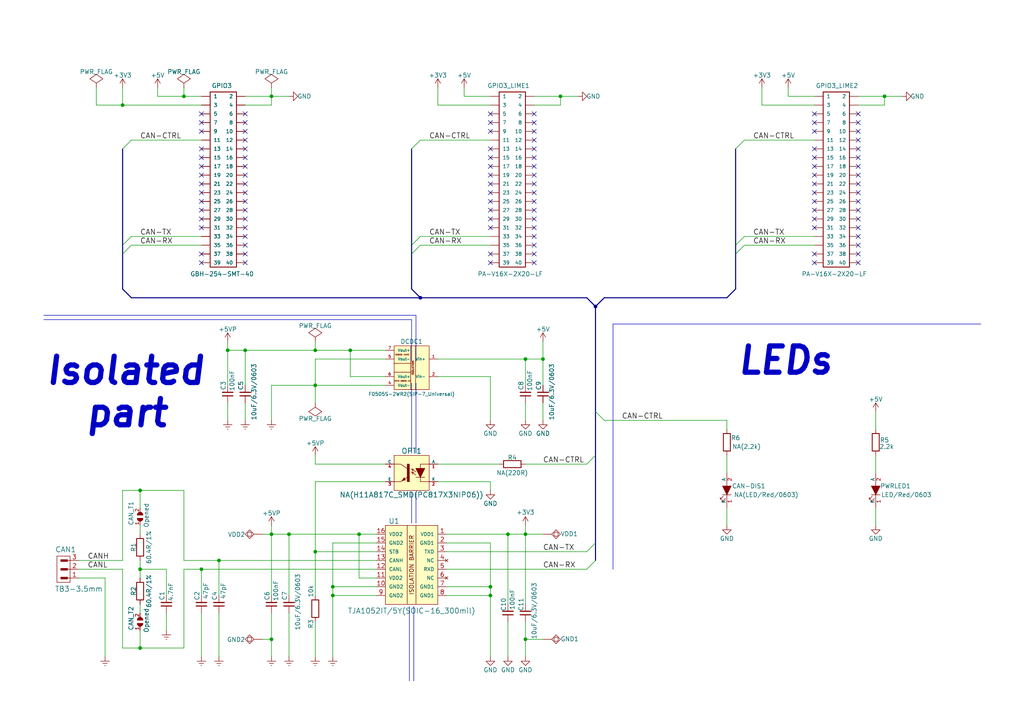
<source format=kicad_sch>
(kicad_sch (version 20230121) (generator eeschema)
  (paper "A4")
  (title_block (title "A20-CAN") (date "2016-04-04") (rev "Rev_A") (company "OLIMEX LTD, Bulgaria") (comment 1 "<c> 2016"))
  (lib_symbols
    (symbol "A20-CAN-ISO_Rev_B:+3.3V" (power) (pin_names (offset 0))
      (property "Value" "+3.3V" (at 0 3.556 0))
      (symbol "+3.3V_0_1"
        (polyline (pts (xy -0.762 1.27) (xy 0 2.54)))
        (polyline (pts (xy 0 0) (xy 0 2.54)))
        (polyline (pts (xy 0 2.54) (xy 0.762 1.27)))
      )
      (symbol "+3.3V_1_1"
        (pin power_in line (at 0 0 90) (length 0) hide (name "+3V3") (number "1"))
      )
    )
    (symbol "A20-CAN-ISO_Rev_B:+5V" (power) (pin_names (offset 0))
      (property "Value" "+5V" (at 0 3.556 0))
      (symbol "+5V_0_1"
        (polyline (pts (xy -0.762 1.27) (xy 0 2.54)))
        (polyline (pts (xy 0 0) (xy 0 2.54)))
        (polyline (pts (xy 0 2.54) (xy 0.762 1.27)))
      )
      (symbol "+5V_1_1"
        (pin power_in line (at 0 0 90) (length 0) hide (name "+5V") (number "1"))
      )
    )
    (symbol "A20-CAN-ISO_Rev_B:+5VP" (power) (pin_names (offset 0))
      (property "Value" "+5VP" (at 0 3.556 0))
      (symbol "+5VP_0_1"
        (polyline (pts (xy -0.762 1.27) (xy 0 2.54)))
        (polyline (pts (xy 0 0) (xy 0 2.54)))
        (polyline (pts (xy 0 2.54) (xy 0.762 1.27)))
      )
      (symbol "+5VP_1_1"
        (pin power_in line (at 0 0 90) (length 0) hide (name "+5VP") (number "1"))
      )
    )
    (symbol "A20-CAN-ISO_Rev_B:C" (pin_numbers hide) (pin_names (offset 0.254) hide)
      (property "Reference" "C" (at 0.254 1.778 0))
      (property "Value" "C" (at 0.254 -2.032 0))
      (symbol "C_0_1"
        (polyline (pts (xy -1.524 -0.508) (xy 1.524 -0.508)) (stroke (width 0.3302)))
        (polyline (pts (xy -1.524 0.508) (xy 1.524 0.508)) (stroke (width 0.3048)))
      )
      (symbol "C_1_1"
        (pin passive line (at 0 2.54 270) (length 1.905) (name "~") (number "1"))
        (pin passive line (at 0 -2.54 90) (length 2.032) (name "~") (number "2"))
      )
    )
    (symbol "A20-CAN-ISO_Rev_B:CON3" (pin_names (offset 1.016))
      (property "Reference" "CON" (at -1.27 5.08 0))
      (property "Value" "CON3" (at -1.27 -5.08 0))
      (symbol "CON3_0_0"
        (rectangle (start -2.6416 -2.6924) (end -0.8636 -2.3368))
        (rectangle (start -2.6416 -0.1524) (end -0.8636 0.2032))
        (rectangle (start -2.6162 -2.5908) (end -0.9652 -2.4892))
        (rectangle (start -2.6162 -0.0508) (end -0.9652 0.0508))
        (rectangle (start -2.6162 2.3876) (end -0.8382 2.7432))
        (rectangle (start -2.5908 2.5146) (end -0.9398 2.6162))
        (rectangle (start -0.9652 -2.413) (end -2.6416 -2.6162))
        (rectangle (start -0.9652 0.127) (end -2.6416 -0.0762))
        (rectangle (start -0.8636 2.6416) (end -2.54 2.4384))
        (rectangle (start -0.7366 -2.2352) (end -2.667 -2.794))
        (rectangle (start -0.7366 0.3048) (end -2.667 -0.254))
        (rectangle (start -0.7366 2.8448) (end -2.667 2.286))
        (polyline (pts (xy 0 -2.54) (xy -0.762 -2.54)))
        (polyline (pts (xy 0 0) (xy -0.762 0)))
        (polyline (pts (xy 0 2.54) (xy -0.762 2.54)))
      )
      (symbol "CON3_0_1"
        (rectangle (start -3.81 3.81) (end 0 -3.81))
      )
      (symbol "CON3_1_1"
        (pin passive line (at 2.54 2.54 180) (length 2.54) (name "~") (number "1"))
        (pin passive line (at 2.54 0 180) (length 2.54) (name "~") (number "2"))
        (pin passive line (at 2.54 -2.54 180) (length 2.54) (name "~") (number "3"))
      )
    )
    (symbol "A20-CAN-ISO_Rev_B:Earth" (power) (pin_names (offset 0))
      (symbol "Earth_0_1"
        (polyline (pts (xy -0.635 -1.905) (xy 0.635 -1.905)))
        (polyline (pts (xy -0.127 -2.54) (xy 0.127 -2.54)))
        (polyline (pts (xy 0 -1.27) (xy 0 0)))
        (polyline (pts (xy 1.27 -1.27) (xy -1.27 -1.27)))
      )
      (symbol "Earth_1_1"
        (pin power_in line (at 0 0 270) (length 0) hide (name "Earth") (number "1"))
      )
    )
    (symbol "A20-CAN-ISO_Rev_B:F0505S-2WR2_AM1D-0505S-NZ(SIP-7_Universal)" (pin_names (offset 1.016))
      (property "Reference" "DCDC" (at -3.048 6.858 0))
      (property "Value" "F0505S-2WR2_AM1D-0505S-NZ(SIP-7_Universal)" (at -24.765 -8.255 0))
      (symbol "F0505S-2WR2_AM1D-0505S-NZ(SIP-7_Universal)_0_0"
        (polyline (pts (xy 5.08 -1.27) (xy 0.254 -1.27)))
        (polyline (pts (xy 5.08 1.27) (xy 0.254 1.27)))
        (text "AM1D-0505S-NZ" (at 2.667 -3.81 0) (effects (font (size 0.3556 0.3556) bold italic)))
        (text "F0505S-2WR2" (at 2.794 3.81 0) (effects (font (size 0.381 0.381) bold italic)))
        (text "ISOLATION" (at -0.381 0 900) (effects (font (size 0.5588 0.5588))))
      )
      (symbol "F0505S-2WR2_AM1D-0505S-NZ(SIP-7_Universal)_1_0"
        (polyline (pts (xy -1.143 6.35) (xy -1.143 -6.35)))
        (polyline (pts (xy 0.254 6.35) (xy 0.254 -6.35)))
        (rectangle (start 5.08 6.35) (end -5.08 -6.35) (fill (type background)))
      )
      (symbol "F0505S-2WR2_AM1D-0505S-NZ(SIP-7_Universal)_1_1"
        (pin power_in line (at -7.62 2.54 0) (length 2.54) (name "Vin+") (number "1"))
        (pin input line (at -7.62 -2.54 0) (length 2.54) (name "Vin-") (number "2"))
        (pin power_in line (at 7.62 -5.08 180) (length 2.54) (name "Vout-") (number "4"))
        (pin power_in line (at 7.62 2.54 180) (length 2.54) (name "Vout-") (number "5"))
        (pin power_in line (at 7.62 -2.54 180) (length 2.54) (name "Vout+") (number "6"))
        (pin power_in line (at 7.62 5.08 180) (length 2.54) (name "Vout+") (number "7"))
      )
    )
    (symbol "A20-CAN-ISO_Rev_B:GND" (power) (pin_names (offset 0))
      (property "Value" "GND" (at 0 -3.81 0))
      (symbol "GND_0_1"
        (polyline (pts (xy 0 0) (xy 0 -1.27) (xy 1.27 -1.27) (xy 0 -2.54) (xy -1.27 -1.27) (xy 0 -1.27)))
      )
      (symbol "GND_1_1"
        (pin power_in line (at 0 0 270) (length 0) hide (name "GND") (number "1"))
      )
    )
    (symbol "A20-CAN-ISO_Rev_B:H11A817C_SMD(PC817X3NIP06)" (pin_names (offset 0))
      (property "Reference" "OPT" (at 0 6.35 0))
      (property "Value" "H11A817C_SMD(PC817X3NIP06)" (at 0 -6.35 0))
      (property "Footprint" "OLIMEX_Devices-FP:H11A817C_SMD(PC817X3NIP06)_FP" (at 0 -10.16 0))
      (property "Datasheet" "https://www.farnell.com/datasheets/73758.pdf" (at 0 -12.7 0))
      (symbol "H11A817C_SMD(PC817X3NIP06)_0_1"
        (rectangle (start -5.08 5.08) (end 5.08 -5.08) (fill (type background)))
        (rectangle (start -3.81 1.27) (end -1.27 1.27))
        (polyline (pts (xy -3.81 -1.27) (xy -1.27 -1.27)))
        (polyline (pts (xy -2.54 1.27) (xy -1.27 1.27)))
        (polyline (pts (xy 0 0.254) (xy -0.381 -0.381)))
        (polyline (pts (xy 0 1.143) (xy -0.381 0.508)))
        (polyline (pts (xy -3.81 1.27) (xy -2.54 -1.27) (xy -1.27 1.27)))
        (polyline (pts (xy -2.54 -1.27) (xy -2.54 -2.54) (xy -5.08 -2.54)))
        (polyline (pts (xy -1.27 -0.635) (xy 0 0.254) (xy -0.635 0.127)))
        (polyline (pts (xy -1.27 0.254) (xy 0 1.143) (xy -0.635 1.016)))
        (polyline (pts (xy 1.27 -1.27) (xy 3.175 -2.54) (xy 5.08 -2.54)))
        (polyline (pts (xy 1.27 1.27) (xy 3.175 2.54) (xy 5.08 2.54)))
        (polyline (pts (xy -5.08 2.54) (xy -2.54 2.54) (xy -2.54 1.27) (xy -3.81 1.27)))
        (polyline (pts (xy -3.81 1.27) (xy -1.27 1.27) (xy -2.54 -1.27) (xy -3.81 1.27)) (fill (type outline)))
        (polyline (pts (xy 2.794 -2.286) (xy 2.159 -1.397) (xy 1.778 -2.032) (xy 2.794 -2.286)) (fill (type outline)))
        (rectangle (start 0.635 2.54) (end 1.27 -2.54) (fill (type outline)))
      )
      (symbol "H11A817C_SMD(PC817X3NIP06)_1_1"
        (pin passive line (at -7.62 2.54 0) (length 2.54) (name "A") (number "1"))
        (pin passive line (at -7.62 -2.54 0) (length 2.54) (name "K") (number "2"))
        (pin passive line (at 7.62 -2.54 180) (length 2.54) (name "E") (number "3"))
        (pin passive line (at 7.62 2.54 180) (length 2.54) (name "C") (number "4"))
      )
    )
    (symbol "A20-CAN-ISO_Rev_B:LED" (pin_names (offset 0))
      (property "Reference" "LED" (at 0 2.54 0))
      (property "Value" "LED" (at 0 -2.54 0))
      (symbol "LED_0_1"
        (polyline (pts (xy -3.302 1.397) (xy -3.302 0.889)))
        (polyline (pts (xy -2.54 1.905) (xy -2.032 1.905)))
        (polyline (pts (xy -1.27 -1.27) (xy -1.27 1.27)))
        (polyline (pts (xy -2.286 0.381) (xy -3.302 1.397) (xy -2.794 1.397)))
        (polyline (pts (xy -1.651 1.016) (xy -2.54 1.905) (xy -2.54 1.397)))
        (polyline (pts (xy 1.27 -1.27) (xy -1.27 0) (xy 1.27 1.27)) (fill (type outline)))
        (rectangle (start 1.27 1.27) (end 1.27 -1.27))
      )
      (symbol "LED_1_1"
        (pin passive line (at -5.08 0 0) (length 3.81) (name "K") (number "1"))
        (pin passive line (at 5.08 0 180) (length 3.81) (name "A") (number "2"))
      )
    )
    (symbol "A20-CAN-ISO_Rev_B:ML40YA-V36P-2X20-LF" (pin_numbers hide) (pin_names (offset 1.016))
      (property "Reference" "GPIO" (at -3.81 25.4 0))
      (property "Value" "ML40YA-V36P-2X20-LF" (at -12.065 -29.21 0))
      (symbol "ML40YA-V36P-2X20-LF_1_0"
        (rectangle (start -5.08 24.13) (end 2.54 -26.67) (stroke (width 0.254)))
      )
      (symbol "ML40YA-V36P-2X20-LF_1_1"
        (pin passive line (at 5.08 -25.4 180) (length 2.4892) (name "1") (number "1"))
        (pin passive line (at -7.62 -15.24 0) (length 2.4892) (name "10") (number "10"))
        (pin passive line (at 5.08 -12.7 180) (length 2.4892) (name "11") (number "11"))
        (pin passive line (at -7.62 -12.7 0) (length 2.4892) (name "12") (number "12"))
        (pin passive line (at 5.08 -10.16 180) (length 2.4892) (name "13") (number "13"))
        (pin passive line (at -7.62 -10.16 0) (length 2.4892) (name "14") (number "14"))
        (pin passive line (at 5.08 -7.62 180) (length 2.4892) (name "15") (number "15"))
        (pin passive line (at -7.62 -7.62 0) (length 2.4892) (name "16") (number "16"))
        (pin passive line (at 5.08 -5.08 180) (length 2.4892) (name "17") (number "17"))
        (pin passive line (at -7.62 -5.08 0) (length 2.4892) (name "18") (number "18"))
        (pin passive line (at 5.08 -2.54 180) (length 2.4892) (name "19") (number "19"))
        (pin passive line (at -7.62 -25.4 0) (length 2.4892) (name "2") (number "2"))
        (pin passive line (at -7.62 -2.54 0) (length 2.4892) (name "20") (number "20"))
        (pin passive line (at 5.08 0 180) (length 2.4892) (name "21") (number "21"))
        (pin passive line (at -7.62 0 0) (length 2.4892) (name "22") (number "22"))
        (pin passive line (at 5.08 2.54 180) (length 2.4892) (name "23") (number "23"))
        (pin passive line (at -7.62 2.54 0) (length 2.4892) (name "24") (number "24"))
        (pin passive line (at 5.08 5.08 180) (length 2.4892) (name "25") (number "25"))
        (pin passive line (at -7.62 5.08 0) (length 2.4892) (name "26") (number "26"))
        (pin passive line (at 5.08 7.62 180) (length 2.4892) (name "27") (number "27"))
        (pin passive line (at -7.62 7.62 0) (length 2.4892) (name "28") (number "28"))
        (pin passive line (at 5.08 10.16 180) (length 2.4892) (name "29") (number "29"))
        (pin passive line (at 5.08 -22.86 180) (length 2.4892) (name "3") (number "3"))
        (pin passive line (at -7.62 10.16 0) (length 2.4892) (name "30") (number "30"))
        (pin passive line (at 5.08 12.7 180) (length 2.4892) (name "31") (number "31"))
        (pin passive line (at -7.62 12.7 0) (length 2.4892) (name "32") (number "32"))
        (pin passive line (at 5.08 15.24 180) (length 2.4892) (name "33") (number "33"))
        (pin passive line (at -7.62 15.24 0) (length 2.4892) (name "34") (number "34"))
        (pin passive line (at 5.08 17.78 180) (length 2.4892) (name "35") (number "35"))
        (pin passive line (at -7.62 17.78 0) (length 2.4892) (name "36") (number "36"))
        (pin passive line (at 5.08 20.32 180) (length 2.4892) (name "37") (number "37"))
        (pin passive line (at -7.62 20.32 0) (length 2.4892) (name "38") (number "38"))
        (pin passive line (at 5.08 22.86 180) (length 2.4892) (name "39") (number "39"))
        (pin passive line (at -7.62 -22.86 0) (length 2.4892) (name "4") (number "4"))
        (pin passive line (at -7.62 22.86 0) (length 2.4892) (name "40") (number "40"))
        (pin passive line (at 5.08 -20.32 180) (length 2.4892) (name "5") (number "5"))
        (pin passive line (at -7.62 -20.32 0) (length 2.4892) (name "6") (number "6"))
        (pin passive line (at 5.08 -17.78 180) (length 2.4892) (name "7") (number "7"))
        (pin passive line (at -7.62 -17.78 0) (length 2.4892) (name "8") (number "8"))
        (pin passive line (at 5.08 -15.24 180) (length 2.4892) (name "9") (number "9"))
      )
    )
    (symbol "A20-CAN-ISO_Rev_B:PWR_FLAG" (power) (pin_numbers hide) (pin_names (offset 0) hide)
      (property "Value" "PWR_FLAG" (at 0 4.572 0))
      (symbol "PWR_FLAG_0_0"
        (pin power_out line (at 0 0 90) (length 0) (name "pwr") (number "1"))
      )
      (symbol "PWR_FLAG_0_1"
        (polyline (pts (xy 0 0) (xy 0 1.27) (xy -1.905 2.54) (xy 0 3.81) (xy 1.905 2.54) (xy 0 1.27)))
      )
    )
    (symbol "A20-CAN-ISO_Rev_B:R" (pin_numbers hide) (pin_names (offset 0))
      (property "Reference" "R" (at 0 2.032 0))
      (property "Value" "R" (at 0 0 0))
      (symbol "R_0_1"
        (rectangle (start 2.54 -1.016) (end -2.54 1.016) (stroke (width 0.254)))
      )
      (symbol "R_1_1"
        (pin passive line (at -3.81 0 0) (length 1.27) (name "~") (number "1"))
        (pin passive line (at 3.81 0 180) (length 1.27) (name "~") (number "2"))
      )
    )
    (symbol "A20-CAN-ISO_Rev_B:SJ" (pin_names (offset 1.016) hide)
      (property "Reference" "SJ" (at -1.27 1.905 0))
      (property "Value" "SJ" (at -1.27 -2.54 0))
      (symbol "SJ_0_1"
        (arc (start -0.508 0.762) (mid -1.2667 0) (end -0.508 -0.762) (stroke (width 0.254)))
        (polyline (pts (xy -1.143 0.381) (xy -1.143 -0.254)) (stroke (width 0.254)))
        (polyline (pts (xy -1.016 0.508) (xy -1.016 -0.508)) (stroke (width 0.254)))
        (polyline (pts (xy -0.889 0.508) (xy -0.889 -0.508)) (stroke (width 0.254)))
        (polyline (pts (xy -0.762 0.635) (xy -0.762 -0.635)) (stroke (width 0.254)))
        (polyline (pts (xy -0.635 0.762) (xy -0.635 -0.635)) (stroke (width 0.254)))
        (polyline (pts (xy -0.508 0.762) (xy -0.508 -0.762)) (stroke (width 0.254)))
        (polyline (pts (xy 0.508 0.762) (xy 0.508 -0.762)) (stroke (width 0.254)))
        (polyline (pts (xy 0.635 0.762) (xy 0.635 -0.635)) (stroke (width 0.254)))
        (polyline (pts (xy 0.762 0.635) (xy 0.762 -0.635)) (stroke (width 0.254)))
        (polyline (pts (xy 0.889 0.508) (xy 0.889 -0.508)) (stroke (width 0.254)))
        (polyline (pts (xy 1.016 0.508) (xy 1.016 -0.381)) (stroke (width 0.254)))
        (polyline (pts (xy 1.143 0.381) (xy 1.143 -0.381)) (stroke (width 0.254)))
        (arc (start 0.508 -0.762) (mid 1.0468 -0.5388) (end 1.27 0) (stroke (width 0.254)))
        (arc (start 1.27 0) (mid 1.0468 0.5388) (end 0.508 0.762) (stroke (width 0.254)))
      )
      (symbol "SJ_1_1"
        (pin passive line (at -2.54 0 0) (length 1.27) (name "1") (number "1"))
        (pin passive line (at 2.54 0 180) (length 1.27) (name "2") (number "2"))
      )
    )
    (symbol "A20-CAN-ISO_Rev_B:TESTPAD" (pin_numbers hide) (pin_names (offset 0) hide)
      (property "Reference" "TESTPAD" (at -2.54 1.524 0))
      (symbol "TESTPAD_1_0"
        (polyline (pts (xy 0 0) (xy 1.27 -1.27)))
        (polyline (pts (xy 1.27 -1.27) (xy 2.54 0)))
        (polyline (pts (xy 1.27 1.27) (xy 0 0)))
        (polyline (pts (xy 2.54 0) (xy 1.27 1.27)))
      )
      (symbol "TESTPAD_1_1"
        (circle (center 1.27 0) (radius 0.635))
        (pin passive line (at -2.54 0 0) (length 2.54) (name "Pad") (number "1"))
      )
    )
    (symbol "A20-CAN-ISO_Rev_B:TJA1052IT_5Y(SOIC-16_300mil)" (pin_names (offset 1.016))
      (property "Reference" "U" (at -5.08 11.43 0))
      (property "Value" "TJA1052IT_5Y(SOIC-16_300mil)" (at 0 -14.605 0))
      (symbol "TJA1052IT_5Y(SOIC-16_300mil)_0_1"
        (rectangle (start -7.62 10.16) (end 7.62 -12.7) (fill (type background)))
        (polyline (pts (xy -1.27 10.16) (xy -1.27 -12.7)))
        (polyline (pts (xy 1.27 10.16) (xy 1.27 -12.7)))
      )
      (symbol "TJA1052IT_5Y(SOIC-16_300mil)_1_0"
        (text "ISOLATION BARRIER" (at 0 -1.27 900) (effects (font (size 1.1938 1.1938))))
      )
      (symbol "TJA1052IT_5Y(SOIC-16_300mil)_1_1"
        (pin power_in line (at -10.16 7.62 0) (length 2.54) (name "VDD1") (number "1"))
        (pin power_in line (at 10.16 -7.62 180) (length 2.54) (name "GND2") (number "10"))
        (pin power_in line (at 10.16 -5.08 180) (length 2.54) (name "VDD2") (number "11"))
        (pin input line (at 10.16 -2.54 180) (length 2.54) (name "CANL") (number "12"))
        (pin input line (at 10.16 0 180) (length 2.54) (name "CANH") (number "13"))
        (pin input line (at 10.16 2.54 180) (length 2.54) (name "STB") (number "14"))
        (pin power_in line (at 10.16 5.08 180) (length 2.54) (name "GND2") (number "15"))
        (pin power_in line (at 10.16 7.62 180) (length 2.54) (name "VDD2") (number "16"))
        (pin power_in line (at -10.16 5.08 0) (length 2.54) (name "GND1") (number "2"))
        (pin input line (at -10.16 2.54 0) (length 2.54) (name "TXD") (number "3"))
        (pin no_connect line (at -10.16 0 0) (length 2.54) (name "NC") (number "4"))
        (pin output line (at -10.16 -2.54 0) (length 2.54) (name "RXD") (number "5"))
        (pin no_connect line (at -10.16 -5.08 0) (length 2.54) (name "NC") (number "6"))
        (pin power_in line (at -10.16 -7.62 0) (length 2.54) (name "GND1") (number "7"))
        (pin power_in line (at -10.16 -10.16 0) (length 2.54) (name "GND1") (number "8"))
        (pin power_in line (at 10.16 -10.16 180) (length 2.54) (name "GND2") (number "9"))
      )
    )
  )
  (junction (at 152.4 154.94))
  (junction (at 121.92 86.36))
  (junction (at 91.44 101.6))
  (junction (at 152.4 104.14))
  (junction (at 91.44 111.76))
  (junction (at 78.74 27.94))
  (junction (at 91.44 160.02))
  (junction (at 40.64 187.96))
  (junction (at 78.74 154.94))
  (junction (at 104.14 154.94))
  (junction (at 157.48 104.14))
  (junction (at 147.32 154.94))
  (junction (at 58.42 165.1))
  (junction (at 78.74 185.42))
  (junction (at 40.64 165.1))
  (junction (at 71.12 101.6))
  (junction (at 96.52 170.18))
  (junction (at 101.6 101.6))
  (junction (at 152.4 185.42))
  (junction (at 256.54 27.94))
  (junction (at 63.5 162.56))
  (junction (at 96.52 172.72))
  (junction (at 53.34 27.94))
  (junction (at 35.56 30.48))
  (junction (at 142.24 172.72))
  (junction (at 40.64 142.24))
  (junction (at 172.72 88.9))
  (junction (at 142.24 170.18))
  (junction (at 162.56 27.94))
  (junction (at 83.82 154.94))
  (junction (at 66.04 101.6))
  (no_connect (at 248.92 73.66))
  (no_connect (at 236.22 76.2))
  (no_connect (at 236.22 38.1))
  (no_connect (at 71.12 35.56))
  (no_connect (at 248.92 45.72))
  (no_connect (at 142.24 35.56))
  (no_connect (at 58.42 63.5))
  (no_connect (at 236.22 50.8))
  (no_connect (at 58.42 76.2))
  (no_connect (at 236.22 43.18))
  (no_connect (at 248.92 38.1))
  (no_connect (at 236.22 33.02))
  (no_connect (at 236.22 53.34))
  (no_connect (at 248.92 43.18))
  (no_connect (at 248.92 63.5))
  (no_connect (at 71.12 66.04))
  (no_connect (at 248.92 71.12))
  (no_connect (at 142.24 38.1))
  (no_connect (at 236.22 73.66))
  (no_connect (at 154.94 63.5))
  (no_connect (at 58.42 33.02))
  (no_connect (at 71.12 73.66))
  (no_connect (at 154.94 68.58))
  (no_connect (at 58.42 66.04))
  (no_connect (at 236.22 58.42))
  (no_connect (at 142.24 50.8))
  (no_connect (at 58.42 50.8))
  (no_connect (at 236.22 66.04))
  (no_connect (at 142.24 63.5))
  (no_connect (at 248.92 48.26))
  (no_connect (at 236.22 55.88))
  (no_connect (at 58.42 38.1))
  (no_connect (at 248.92 33.02))
  (no_connect (at 154.94 53.34))
  (no_connect (at 142.24 43.18))
  (no_connect (at 142.24 60.96))
  (no_connect (at 248.92 40.64))
  (no_connect (at 58.42 53.34))
  (no_connect (at 58.42 58.42))
  (no_connect (at 71.12 58.42))
  (no_connect (at 154.94 33.02))
  (no_connect (at 71.12 71.12))
  (no_connect (at 58.42 55.88))
  (no_connect (at 58.42 73.66))
  (no_connect (at 248.92 66.04))
  (no_connect (at 142.24 66.04))
  (no_connect (at 71.12 68.58))
  (no_connect (at 58.42 45.72))
  (no_connect (at 71.12 63.5))
  (no_connect (at 248.92 53.34))
  (no_connect (at 71.12 38.1))
  (no_connect (at 142.24 73.66))
  (no_connect (at 142.24 48.26))
  (no_connect (at 236.22 45.72))
  (no_connect (at 71.12 43.18))
  (no_connect (at 71.12 76.2))
  (no_connect (at 154.94 76.2))
  (no_connect (at 142.24 76.2))
  (no_connect (at 154.94 55.88))
  (no_connect (at 154.94 35.56))
  (no_connect (at 154.94 48.26))
  (no_connect (at 71.12 33.02))
  (no_connect (at 154.94 73.66))
  (no_connect (at 248.92 55.88))
  (no_connect (at 154.94 50.8))
  (no_connect (at 58.42 60.96))
  (no_connect (at 154.94 66.04))
  (no_connect (at 236.22 60.96))
  (no_connect (at 236.22 63.5))
  (no_connect (at 71.12 55.88))
  (no_connect (at 248.92 76.2))
  (no_connect (at 142.24 55.88))
  (no_connect (at 236.22 48.26))
  (no_connect (at 248.92 58.42))
  (no_connect (at 71.12 60.96))
  (no_connect (at 248.92 50.8))
  (no_connect (at 71.12 53.34))
  (no_connect (at 248.92 68.58))
  (no_connect (at 58.42 43.18))
  (no_connect (at 154.94 40.64))
  (no_connect (at 71.12 45.72))
  (no_connect (at 154.94 58.42))
  (no_connect (at 236.22 35.56))
  (no_connect (at 154.94 43.18))
  (no_connect (at 142.24 58.42))
  (no_connect (at 71.12 50.8))
  (no_connect (at 154.94 60.96))
  (no_connect (at 248.92 60.96))
  (no_connect (at 142.24 53.34))
  (no_connect (at 154.94 38.1))
  (no_connect (at 154.94 45.72))
  (no_connect (at 58.42 48.26))
  (no_connect (at 154.94 71.12))
  (no_connect (at 71.12 40.64))
  (no_connect (at 142.24 33.02))
  (no_connect (at 248.92 35.56))
  (no_connect (at 71.12 48.26))
  (no_connect (at 58.42 35.56))
  (no_connect (at 142.24 45.72))
  (bus_entry (at 213.36 43.18) (size 2.54 -2.54))
  (bus_entry (at 35.56 73.66) (size 2.54 -2.54))
  (bus_entry (at 172.72 157.48) (size -2.54 2.54))
  (bus_entry (at 35.56 71.12) (size 2.54 -2.54))
  (bus_entry (at 121.92 40.64) (size -2.54 2.54))
  (bus_entry (at 119.38 71.12) (size 2.54 -2.54))
  (bus_entry (at 213.36 73.66) (size 2.54 -2.54))
  (bus_entry (at 172.72 162.56) (size -2.54 2.54))
  (bus_entry (at 172.72 119.38) (size 2.54 2.54))
  (bus_entry (at 213.36 71.12) (size 2.54 -2.54))
  (bus_entry (at 38.1 40.64) (size -2.54 2.54))
  (bus_entry (at 119.38 73.66) (size 2.54 -2.54))
  (bus_entry (at 172.72 132.08) (size -2.54 2.54))
  (wire (pts (xy 129.54 154.94) (xy 147.32 154.94)))
  (wire (pts (xy 101.6 101.6) (xy 111.76 101.6)))
  (wire (pts (xy 91.44 104.14) (xy 91.44 111.76)))
  (wire (pts (xy 248.92 27.94) (xy 256.54 27.94)))
  (wire (pts (xy 147.32 154.94) (xy 152.4 154.94)))
  (polyline (pts (xy 12.7 91.44) (xy 120.65 91.44)))
  (wire (pts (xy 109.22 170.18) (xy 96.52 170.18)))
  (wire (pts (xy 35.56 30.48) (xy 35.56 25.4)))
  (wire (pts (xy 152.4 152.4) (xy 152.4 154.94)))
  (wire (pts (xy 76.2 185.42) (xy 78.74 185.42)))
  (wire (pts (xy 40.64 182.88) (xy 40.64 187.96)))
  (bus (pts (xy 119.38 83.82) (xy 121.92 86.36)))
  (wire (pts (xy 154.94 27.94) (xy 162.56 27.94)))
  (wire (pts (xy 121.92 68.58) (xy 142.24 68.58)))
  (wire (pts (xy 147.32 190.5) (xy 147.32 180.34)))
  (polyline (pts (xy 120.65 91.44) (xy 120.65 104.775)))
  (wire (pts (xy 152.4 185.42) (xy 152.4 190.5)))
  (polyline (pts (xy 119.38 92.71) (xy 12.7 92.71)))
  (wire (pts (xy 40.64 165.1) (xy 40.64 167.64)))
  (wire (pts (xy 157.48 116.84) (xy 157.48 121.92)))
  (wire (pts (xy 58.42 172.72) (xy 58.42 165.1)))
  (wire (pts (xy 152.4 134.62) (xy 170.18 134.62)))
  (wire (pts (xy 27.94 30.48) (xy 27.94 25.4)))
  (wire (pts (xy 66.04 121.92) (xy 66.04 116.84)))
  (wire (pts (xy 152.4 154.94) (xy 157.48 154.94)))
  (wire (pts (xy 83.82 177.8) (xy 83.82 190.5)))
  (wire (pts (xy 35.56 187.96) (xy 40.64 187.96)))
  (wire (pts (xy 53.34 27.94) (xy 58.42 27.94)))
  (wire (pts (xy 53.34 25.4) (xy 53.34 27.94)))
  (wire (pts (xy 104.14 167.64) (xy 104.14 154.94)))
  (wire (pts (xy 76.2 154.94) (xy 78.74 154.94)))
  (wire (pts (xy 91.44 190.5) (xy 91.44 180.34)))
  (wire (pts (xy 210.82 121.92) (xy 210.82 124.46)))
  (wire (pts (xy 142.24 157.48) (xy 142.24 170.18)))
  (polyline (pts (xy 120.65 111.125) (xy 120.65 131.445)))
  (wire (pts (xy 96.52 157.48) (xy 96.52 170.18)))
  (wire (pts (xy 38.1 68.58) (xy 58.42 68.58)))
  (wire (pts (xy 71.12 101.6) (xy 71.12 111.76)))
  (wire (pts (xy 109.22 167.64) (xy 104.14 167.64)))
  (wire (pts (xy 111.76 104.14) (xy 91.44 104.14)))
  (wire (pts (xy 48.26 177.8) (xy 48.26 182.88)))
  (wire (pts (xy 147.32 175.26) (xy 147.32 154.94)))
  (wire (pts (xy 78.74 152.4) (xy 78.74 154.94)))
  (wire (pts (xy 162.56 27.94) (xy 167.64 27.94)))
  (wire (pts (xy 35.56 142.24) (xy 35.56 162.56)))
  (wire (pts (xy 101.6 109.22) (xy 101.6 101.6)))
  (bus (pts (xy 121.92 86.36) (xy 38.1 86.36)))
  (wire (pts (xy 121.92 40.64) (xy 142.24 40.64)))
  (wire (pts (xy 142.24 172.72) (xy 129.54 172.72)))
  (bus (pts (xy 213.36 83.82) (xy 210.82 86.36)))
  (wire (pts (xy 83.82 154.94) (xy 104.14 154.94)))
  (wire (pts (xy 40.64 162.56) (xy 40.64 165.1)))
  (wire (pts (xy 53.34 187.96) (xy 53.34 165.1)))
  (wire (pts (xy 111.76 134.62) (xy 91.44 134.62)))
  (polyline (pts (xy 120.015 175.895) (xy 120.015 197.485)))
  (wire (pts (xy 162.56 30.48) (xy 162.56 27.94)))
  (wire (pts (xy 154.94 30.48) (xy 162.56 30.48)))
  (wire (pts (xy 129.54 157.48) (xy 142.24 157.48)))
  (wire (pts (xy 142.24 172.72) (xy 142.24 190.5)))
  (wire (pts (xy 152.4 121.92) (xy 152.4 116.84)))
  (wire (pts (xy 35.56 30.48) (xy 58.42 30.48)))
  (wire (pts (xy 45.72 27.94) (xy 53.34 27.94)))
  (wire (pts (xy 35.56 162.56) (xy 22.86 162.56)))
  (bus (pts (xy 172.72 88.9) (xy 172.72 119.38)))
  (bus (pts (xy 35.56 71.12) (xy 35.56 73.66)))
  (wire (pts (xy 152.4 180.34) (xy 152.4 185.42)))
  (wire (pts (xy 152.4 104.14) (xy 157.48 104.14)))
  (wire (pts (xy 142.24 30.48) (xy 127 30.48)))
  (wire (pts (xy 63.5 172.72) (xy 63.5 162.56)))
  (wire (pts (xy 35.56 142.24) (xy 40.64 142.24)))
  (wire (pts (xy 157.48 104.14) (xy 157.48 111.76)))
  (wire (pts (xy 129.54 160.02) (xy 170.18 160.02)))
  (polyline (pts (xy 119.38 92.71) (xy 119.38 104.775)))
  (wire (pts (xy 215.9 68.58) (xy 236.22 68.58)))
  (wire (pts (xy 38.1 40.64) (xy 58.42 40.64)))
  (wire (pts (xy 40.64 187.96) (xy 53.34 187.96)))
  (wire (pts (xy 127 139.7) (xy 142.24 139.7)))
  (wire (pts (xy 175.26 121.92) (xy 210.82 121.92)))
  (wire (pts (xy 53.34 162.56) (xy 63.5 162.56)))
  (wire (pts (xy 91.44 111.76) (xy 91.44 116.84)))
  (bus (pts (xy 210.82 86.36) (xy 175.26 86.36)))
  (wire (pts (xy 91.44 111.76) (xy 111.76 111.76)))
  (wire (pts (xy 91.44 134.62) (xy 91.44 132.08)))
  (wire (pts (xy 48.26 165.1) (xy 48.26 172.72)))
  (wire (pts (xy 35.56 165.1) (xy 22.86 165.1)))
  (polyline (pts (xy 177.8 93.98) (xy 284.48 93.98)))
  (wire (pts (xy 58.42 165.1) (xy 109.22 165.1)))
  (wire (pts (xy 215.9 40.64) (xy 236.22 40.64)))
  (wire (pts (xy 121.92 71.12) (xy 142.24 71.12)))
  (bus (pts (xy 170.18 86.36) (xy 121.92 86.36)))
  (wire (pts (xy 91.44 139.7) (xy 91.44 160.02)))
  (wire (pts (xy 96.52 172.72) (xy 96.52 190.5)))
  (wire (pts (xy 127 30.48) (xy 127 25.4)))
  (wire (pts (xy 210.82 132.08) (xy 210.82 137.16)))
  (wire (pts (xy 129.54 170.18) (xy 142.24 170.18)))
  (bus (pts (xy 172.72 157.48) (xy 172.72 162.56)))
  (bus (pts (xy 172.72 132.08) (xy 172.72 157.48)))
  (wire (pts (xy 58.42 177.8) (xy 58.42 190.5)))
  (wire (pts (xy 104.14 154.94) (xy 109.22 154.94)))
  (wire (pts (xy 40.64 147.32) (xy 40.64 142.24)))
  (wire (pts (xy 83.82 154.94) (xy 83.82 172.72)))
  (wire (pts (xy 71.12 101.6) (xy 91.44 101.6)))
  (wire (pts (xy 109.22 157.48) (xy 96.52 157.48)))
  (bus (pts (xy 119.38 71.12) (xy 119.38 73.66)))
  (wire (pts (xy 53.34 142.24) (xy 53.34 162.56)))
  (wire (pts (xy 210.82 147.32) (xy 210.82 152.4)))
  (wire (pts (xy 215.9 71.12) (xy 236.22 71.12)))
  (wire (pts (xy 78.74 25.4) (xy 78.74 27.94)))
  (wire (pts (xy 152.4 104.14) (xy 152.4 111.76)))
  (polyline (pts (xy 177.8 93.98) (xy 177.8 165.1)))
  (wire (pts (xy 63.5 177.8) (xy 63.5 190.5)))
  (wire (pts (xy 78.74 177.8) (xy 78.74 185.42)))
  (wire (pts (xy 71.12 121.92) (xy 71.12 116.84)))
  (wire (pts (xy 78.74 27.94) (xy 83.82 27.94)))
  (polyline (pts (xy 119.38 111.125) (xy 119.38 131.445)))
  (wire (pts (xy 236.22 30.48) (xy 220.98 30.48)))
  (wire (pts (xy 111.76 109.22) (xy 101.6 109.22)))
  (wire (pts (xy 78.74 27.94) (xy 78.74 30.48)))
  (wire (pts (xy 78.74 111.76) (xy 91.44 111.76)))
  (bus (pts (xy 35.56 83.82) (xy 38.1 86.36)))
  (wire (pts (xy 152.4 154.94) (xy 152.4 175.26)))
  (bus (pts (xy 35.56 73.66) (xy 35.56 83.82)))
  (wire (pts (xy 142.24 170.18) (xy 142.24 172.72)))
  (wire (pts (xy 254 132.08) (xy 254 137.16)))
  (wire (pts (xy 71.12 27.94) (xy 78.74 27.94)))
  (wire (pts (xy 127 104.14) (xy 152.4 104.14)))
  (wire (pts (xy 78.74 185.42) (xy 78.74 190.5)))
  (wire (pts (xy 142.24 139.7) (xy 142.24 142.24)))
  (wire (pts (xy 22.86 167.64) (xy 30.48 167.64)))
  (bus (pts (xy 213.36 71.12) (xy 213.36 73.66)))
  (wire (pts (xy 220.98 30.48) (xy 220.98 25.4)))
  (wire (pts (xy 66.04 99.06) (xy 66.04 101.6)))
  (wire (pts (xy 157.48 185.42) (xy 152.4 185.42)))
  (wire (pts (xy 53.34 165.1) (xy 58.42 165.1)))
  (wire (pts (xy 91.44 99.06) (xy 91.44 101.6)))
  (polyline (pts (xy 118.745 175.895) (xy 118.745 197.485)))
  (bus (pts (xy 119.38 73.66) (xy 119.38 83.82)))
  (wire (pts (xy 45.72 27.94) (xy 45.72 25.4)))
  (wire (pts (xy 40.64 175.26) (xy 40.64 177.8)))
  (wire (pts (xy 27.94 30.48) (xy 35.56 30.48)))
  (wire (pts (xy 157.48 99.06) (xy 157.48 104.14)))
  (polyline (pts (xy 119.38 142.875) (xy 119.38 151.765)))
  (wire (pts (xy 63.5 162.56) (xy 109.22 162.56)))
  (wire (pts (xy 40.64 165.1) (xy 48.26 165.1)))
  (bus (pts (xy 172.72 88.9) (xy 170.18 86.36)))
  (polyline (pts (xy 120.65 142.875) (xy 120.65 151.765)))
  (wire (pts (xy 66.04 101.6) (xy 66.04 111.76)))
  (wire (pts (xy 38.1 71.12) (xy 58.42 71.12)))
  (wire (pts (xy 142.24 27.94) (xy 134.62 27.94)))
  (wire (pts (xy 134.62 27.94) (xy 134.62 25.4)))
  (wire (pts (xy 248.92 30.48) (xy 256.54 30.48)))
  (wire (pts (xy 91.44 160.02) (xy 91.44 172.72)))
  (wire (pts (xy 78.74 30.48) (xy 71.12 30.48)))
  (wire (pts (xy 236.22 27.94) (xy 228.6 27.94)))
  (bus (pts (xy 213.36 43.18) (xy 213.36 71.12)))
  (wire (pts (xy 127 134.62) (xy 144.78 134.62)))
  (wire (pts (xy 66.04 101.6) (xy 71.12 101.6)))
  (wire (pts (xy 127 109.22) (xy 142.24 109.22)))
  (wire (pts (xy 142.24 109.22) (xy 142.24 121.92)))
  (wire (pts (xy 40.64 152.4) (xy 40.64 154.94)))
  (wire (pts (xy 111.76 139.7) (xy 91.44 139.7)))
  (wire (pts (xy 129.54 165.1) (xy 170.18 165.1)))
  (wire (pts (xy 35.56 165.1) (xy 35.56 187.96)))
  (wire (pts (xy 30.48 167.64) (xy 30.48 190.5)))
  (wire (pts (xy 40.64 142.24) (xy 53.34 142.24)))
  (wire (pts (xy 78.74 154.94) (xy 83.82 154.94)))
  (wire (pts (xy 91.44 101.6) (xy 101.6 101.6)))
  (bus (pts (xy 172.72 88.9) (xy 175.26 86.36)))
  (wire (pts (xy 78.74 111.76) (xy 78.74 121.92)))
  (wire (pts (xy 96.52 170.18) (xy 96.52 172.72)))
  (wire (pts (xy 96.52 172.72) (xy 109.22 172.72)))
  (wire (pts (xy 78.74 154.94) (xy 78.74 172.72)))
  (bus (pts (xy 35.56 43.18) (xy 35.56 71.12)))
  (wire (pts (xy 228.6 27.94) (xy 228.6 25.4)))
  (wire (pts (xy 91.44 160.02) (xy 109.22 160.02)))
  (wire (pts (xy 254 119.38) (xy 254 124.46)))
  (wire (pts (xy 256.54 30.48) (xy 256.54 27.94)))
  (wire (pts (xy 256.54 27.94) (xy 261.62 27.94)))
  (bus (pts (xy 213.36 73.66) (xy 213.36 83.82)))
  (bus (pts (xy 119.38 43.18) (xy 119.38 71.12)))
  (wire (pts (xy 254 147.32) (xy 254 152.4)))
  (bus (pts (xy 172.72 119.38) (xy 172.72 132.08)))
  (text "Isolated \n  part" (at 12.7 124.46 0) (effects (font (size 7.62 7.62) (thickness 1.524) bold italic) (justify left bottom)))
  (text "LEDs" (at 213.36 109.22 0) (effects (font (size 7.62 7.62) (thickness 1.524) bold italic) (justify left bottom)))
  (label "CAN-CTRL" (at 124.46 40.64 0) (effects (font (size 1.524 1.524))))
  (label "CAN-RX" (at 40.64 71.12 0) (effects (font (size 1.524 1.524))))
  (label "CAN-TX" (at 124.46 68.58 0) (effects (font (size 1.524 1.524))))
  (label "CAN-RX" (at 218.44 71.12 0) (effects (font (size 1.524 1.524))))
  (label "CAN-CTRL" (at 157.48 134.62 0) (effects (font (size 1.524 1.524))))
  (label "CAN-TX" (at 218.44 68.58 0) (effects (font (size 1.524 1.524))))
  (label "CAN-CTRL" (at 218.44 40.64 0) (effects (font (size 1.524 1.524))))
  (label "CAN-RX" (at 157.48 165.1 0) (effects (font (size 1.524 1.524))))
  (label "CANL" (at 25.4 165.1 0) (effects (font (size 1.524 1.524))))
  (label "CAN-RX" (at 124.46 71.12 0) (effects (font (size 1.524 1.524))))
  (label "CAN-CTRL" (at 40.64 40.64 0) (effects (font (size 1.524 1.524))))
  (label "CAN-TX" (at 157.48 160.02 0) (effects (font (size 1.524 1.524))))
  (label "CANH" (at 25.4 162.56 0) (effects (font (size 1.524 1.524))))
  (label "CAN-TX" (at 40.64 68.58 0) (effects (font (size 1.524 1.524))))
  (label "CAN-CTRL" (at 180.34 121.92 0) (effects (font (size 1.524 1.524))))
  (symbol (lib_id "A20-CAN-ISO_Rev_B:CON3") (at 20.32 165.1 0) (mirror x) (unit 1)
    (property "Reference" "CAN1" (at 19.05 159.385 0) (effects (font (size 1.524 1.524))))
    (property "Value" "TB3-3.5mm" (at 22.86 170.815 0) (effects (font (size 1.524 1.524))))
    (property "Footprint" "OLIMEX_Connectors-FP:TB3-3.5mm" (effects hide))
  )
  (symbol (lib_id "A20-CAN-ISO_Rev_B:+3.3V") (at 35.56 25.4 0) (mirror y) (unit 1)
    (property "Reference" "#PWR04" (effects hide))
    (property "Value" "+3.3V" (at 35.56 21.844 0))
  )
  (symbol (lib_id "A20-CAN-ISO_Rev_B:R") (at 40.64 158.75 90) (mirror x) (unit 1)
    (property "Reference" "R1" (at 38.735 158.75 0))
    (property "Value" "60.4R/1%" (at 43.18 158.75 0))
    (property "Footprint" "OLIMEX_RLC-FP:R_1206_5MIL_DWS" (effects hide))
  )
  (symbol (lib_id "A20-CAN-ISO_Rev_B:ML40YA-V36P-2X20-LF") (at 63.5 53.34 180) (unit 1)
    (property "Reference" "GPIO3" (at 67.31 24.13 0) (effects (justify left bottom)))
    (property "Value" "GBH-254-SMT-40" (at 73.66 78.74 0) (effects (justify left bottom)))
    (property "Footprint" "OLIMEX_Connectors-FP:GBH-254-SMT-40_Shorten_Pads" (effects hide))
  )
  (symbol (lib_id "A20-CAN-ISO_Rev_B:+5V") (at 45.72 25.4 0) (unit 1)
    (property "Reference" "#PWR02" (effects hide))
    (property "Value" "+5V" (at 45.72 21.844 0))
  )
  (symbol (lib_id "A20-CAN-ISO_Rev_B:GND") (at 83.82 27.94 90) (mirror x) (unit 1)
    (property "Reference" "#PWR03" (effects hide))
    (property "Value" "GND" (at 88.265 27.94 90))
  )
  (symbol (lib_id "A20-CAN-ISO_Rev_B:PWR_FLAG") (at 53.34 25.4 0) (unit 1)
    (property "Reference" "#FLG05" (effects hide))
    (property "Value" "PWR_FLAG" (at 53.34 20.828 0))
  )
  (symbol (lib_id "A20-CAN-ISO_Rev_B:LED") (at 254 142.24 90) (unit 1)
    (property "Reference" "PWRLED1" (at 259.715 140.97 90))
    (property "Value" "LED/Red/0603" (at 262.89 143.51 90))
    (property "Footprint" "OLIMEX_LEDs-FP:LED_0603_KA" (effects hide))
  )
  (symbol (lib_id "A20-CAN-ISO_Rev_B:R") (at 254 128.27 90) (mirror x) (unit 1)
    (property "Reference" "R5" (at 256.54 127.635 90))
    (property "Value" "2.2k" (at 257.175 129.54 90))
    (property "Footprint" "OLIMEX_RLC-FP:R_0603_5MIL_DWS" (effects hide))
  )
  (symbol (lib_id "A20-CAN-ISO_Rev_B:C") (at 152.4 177.8 180) (unit 1)
    (property "Reference" "C11" (at 151.13 173.355 90) (effects (justify left)))
    (property "Value" "10uF/6.3V/0603" (at 154.94 168.91 90) (effects (justify left)))
    (property "Footprint" "OLIMEX_RLC-FP:C_0603_5MIL_DWS" (effects hide))
  )
  (symbol (lib_id "A20-CAN-ISO_Rev_B:GND") (at 152.4 190.5 0) (unit 1)
    (property "Reference" "#PWR01" (effects hide))
    (property "Value" "GND" (at 152.4 194.31 0))
  )
  (symbol (lib_id "A20-CAN-ISO_Rev_B:+3.3V") (at 152.4 152.4 0) (mirror y) (unit 1)
    (property "Reference" "#PWR06" (effects hide))
    (property "Value" "+3.3V" (at 152.4 148.59 0))
  )
  (symbol (lib_id "A20-CAN-ISO_Rev_B:ML40YA-V36P-2X20-LF") (at 241.3 53.34 180) (unit 1)
    (property "Reference" "GPIO3_LIME2" (at 248.92 24.13 0) (effects (justify left bottom)))
    (property "Value" "PA-V16X-2X20-LF" (at 251.46 78.74 0) (effects (justify left bottom)))
    (property "Footprint" "OLIMEX_Connectors-FP:GPH127SMT-02X20(PA-V16X-2X20-LF)" (effects hide))
  )
  (symbol (lib_id "A20-CAN-ISO_Rev_B:+5V") (at 228.6 25.4 0) (unit 1)
    (property "Reference" "#PWR09" (effects hide))
    (property "Value" "+5V" (at 228.6 21.844 0))
  )
  (symbol (lib_id "A20-CAN-ISO_Rev_B:GND") (at 261.62 27.94 90) (mirror x) (unit 1)
    (property "Reference" "#PWR08" (effects hide))
    (property "Value" "GND" (at 266.065 27.94 90))
  )
  (symbol (lib_id "A20-CAN-ISO_Rev_B:+3.3V") (at 220.98 25.4 0) (mirror y) (unit 1)
    (property "Reference" "#PWR07" (effects hide))
    (property "Value" "+3.3V" (at 220.98 21.844 0))
  )
  (symbol (lib_id "A20-CAN-ISO_Rev_B:+3.3V") (at 127 25.4 0) (mirror y) (unit 1)
    (property "Reference" "#PWR010" (effects hide))
    (property "Value" "+3.3V" (at 127 21.844 0))
  )
  (symbol (lib_id "A20-CAN-ISO_Rev_B:GND") (at 167.64 27.94 90) (mirror x) (unit 1)
    (property "Reference" "#PWR011" (effects hide))
    (property "Value" "GND" (at 172.085 27.94 90))
  )
  (symbol (lib_id "A20-CAN-ISO_Rev_B:+5V") (at 134.62 25.4 0) (unit 1)
    (property "Reference" "#PWR012" (effects hide))
    (property "Value" "+5V" (at 134.62 21.844 0))
  )
  (symbol (lib_id "A20-CAN-ISO_Rev_B:ML40YA-V36P-2X20-LF") (at 147.32 53.34 180) (unit 1)
    (property "Reference" "GPIO3_LIME1" (at 153.67 24.13 0) (effects (justify left bottom)))
    (property "Value" "PA-V16X-2X20-LF" (at 157.48 78.74 0) (effects (justify left bottom)))
    (property "Footprint" "OLIMEX_Connectors-FP:GPCB127SMT-02X20(YA-V36P-2X20-LF)" (effects hide))
  )
  (symbol (lib_id "A20-CAN-ISO_Rev_B:PWR_FLAG") (at 78.74 25.4 0) (unit 1)
    (property "Reference" "#FLG013" (effects hide))
    (property "Value" "PWR_FLAG" (at 78.74 20.828 0))
  )
  (symbol (lib_id "A20-CAN-ISO_Rev_B:PWR_FLAG") (at 27.94 25.4 0) (unit 1)
    (property "Reference" "#FLG014" (effects hide))
    (property "Value" "PWR_FLAG" (at 27.94 20.828 0))
  )
  (symbol (lib_id "A20-CAN-ISO_Rev_B:+5V") (at 254 119.38 0) (unit 1)
    (property "Reference" "#PWR015" (effects hide))
    (property "Value" "+5V" (at 254 115.824 0))
  )
  (symbol (lib_id "A20-CAN-ISO_Rev_B:R") (at 91.44 176.53 90) (mirror x) (unit 1)
    (property "Reference" "R3" (at 90.17 180.975 0))
    (property "Value" "10k" (at 90.17 171.45 0))
    (property "Footprint" "OLIMEX_RLC-FP:R_0603_5MIL_DWS" (effects hide))
  )
  (symbol (lib_id "A20-CAN-ISO_Rev_B:SJ") (at 40.64 149.86 90) (unit 1)
    (property "Reference" "CAN_T1" (at 38.735 152.4 0) (effects (justify left bottom)))
    (property "Value" "Opened" (at 43.18 153.035 0) (effects (justify left bottom)))
    (property "Footprint" "OLIMEX_Jumpers-FP:SJ" (effects hide))
  )
  (symbol (lib_id "A20-CAN-ISO_Rev_B:C") (at 147.32 177.8 180) (unit 1)
    (property "Reference" "C10" (at 146.05 173.355 90) (effects (justify left)))
    (property "Value" "100nF" (at 148.59 170.815 90) (effects (justify left)))
    (property "Footprint" "OLIMEX_RLC-FP:C_0603_5MIL_DWS" (effects hide))
  )
  (symbol (lib_id "A20-CAN-ISO_Rev_B:GND") (at 147.32 190.5 0) (unit 1)
    (property "Reference" "#PWR016" (effects hide))
    (property "Value" "GND" (at 147.32 194.31 0))
  )
  (symbol (lib_id "A20-CAN-ISO_Rev_B:GND") (at 142.24 190.5 0) (unit 1)
    (property "Reference" "#PWR017" (effects hide))
    (property "Value" "GND" (at 142.24 194.31 0))
  )
  (symbol (lib_id "A20-CAN-ISO_Rev_B:TESTPAD") (at 160.02 154.94 0) (unit 1)
    (property "Reference" "VDD1" (at 162.56 155.575 0) (effects (justify left bottom)))
    (property "Value" "TESTPAD" (effects hide))
    (property "Footprint" "OLIMEX_Other-FP:TEST_PAD40x70_SQUARE" (effects hide))
  )
  (symbol (lib_id "A20-CAN-ISO_Rev_B:TJA1052IT_5Y(SOIC-16_300mil)") (at 119.38 162.56 0) (mirror y) (unit 1)
    (property "Reference" "U1" (at 114.3 151.13 0) (effects (font (size 1.524 1.524))))
    (property "Value" "TJA1052IT/5Y(SOIC-16_300mil)" (at 119.38 177.165 0) (effects (font (size 1.524 1.524))))
    (property "Footprint" "OLIMEX_IC-FP:SOIC-16_300mil" (effects hide))
    (property "Datasheet" "http://www.nxp.com/documents/data_sheet/TJA1052I.pdf" (effects hide))
    (property "Note" "PTB" (effects hide))
  )
  (symbol (lib_id "A20-CAN-ISO_Rev_B:GND") (at 254 152.4 0) (unit 1)
    (property "Reference" "#PWR018" (effects hide))
    (property "Value" "GND" (at 254 156.21 0))
  )
  (symbol (lib_id "A20-CAN-ISO_Rev_B:+5V") (at 157.48 99.06 0) (unit 1)
    (property "Reference" "#PWR019" (effects hide))
    (property "Value" "+5V" (at 157.48 95.504 0))
  )
  (symbol (lib_id "A20-CAN-ISO_Rev_B:R") (at 40.64 171.45 90) (mirror x) (unit 1)
    (property "Reference" "R2" (at 38.735 171.45 0))
    (property "Value" "60.4R/1%" (at 43.18 171.45 0))
    (property "Footprint" "OLIMEX_RLC-FP:R_1206_5MIL_DWS" (effects hide))
  )
  (symbol (lib_id "A20-CAN-ISO_Rev_B:SJ") (at 40.64 180.34 90) (unit 1)
    (property "Reference" "CAN_T2" (at 38.735 182.88 0) (effects (justify left bottom)))
    (property "Value" "Opened" (at 43.18 183.515 0) (effects (justify left bottom)))
    (property "Footprint" "OLIMEX_Jumpers-FP:SJ" (effects hide))
  )
  (symbol (lib_id "A20-CAN-ISO_Rev_B:Earth") (at 30.48 190.5 0) (unit 1)
    (property "Reference" "#PWR020" (effects hide))
    (property "Value" "Earth" (effects hide))
  )
  (symbol (lib_id "A20-CAN-ISO_Rev_B:Earth") (at 96.52 190.5 0) (unit 1)
    (property "Reference" "#PWR021" (effects hide))
    (property "Value" "Earth" (effects hide))
  )
  (symbol (lib_id "A20-CAN-ISO_Rev_B:Earth") (at 78.74 121.92 0) (unit 1)
    (property "Reference" "#PWR022" (effects hide))
    (property "Value" "Earth" (effects hide))
  )
  (symbol (lib_id "A20-CAN-ISO_Rev_B:C") (at 48.26 175.26 180) (unit 1)
    (property "Reference" "C1" (at 46.99 171.45 90) (effects (justify left)))
    (property "Value" "4.7nF" (at 49.53 168.91 90) (effects (justify left)))
    (property "Footprint" "OLIMEX_RLC-FP:C_0603_5MIL_DWS" (effects hide))
  )
  (symbol (lib_id "A20-CAN-ISO_Rev_B:Earth") (at 48.26 182.88 0) (unit 1)
    (property "Reference" "#PWR036" (effects hide))
    (property "Value" "Earth" (effects hide))
  )
  (symbol (lib_id "A20-CAN-ISO_Rev_B:C") (at 157.48 114.3 180) (unit 1)
    (property "Reference" "C9" (at 156.21 110.49 90) (effects (justify left)))
    (property "Value" "10uF/6.3V/0603" (at 160.02 105.41 90) (effects (justify left)))
    (property "Footprint" "OLIMEX_RLC-FP:C_0603_5MIL_DWS" (effects hide))
  )
  (symbol (lib_id "A20-CAN-ISO_Rev_B:GND") (at 157.48 121.92 0) (unit 1)
    (property "Reference" "#PWR023" (effects hide))
    (property "Value" "GND" (at 157.48 125.73 0))
  )
  (symbol (lib_id "A20-CAN-ISO_Rev_B:C") (at 152.4 114.3 180) (unit 1)
    (property "Reference" "C8" (at 151.13 110.49 90) (effects (justify left)))
    (property "Value" "100nF" (at 153.67 107.315 90) (effects (justify left)))
    (property "Footprint" "OLIMEX_RLC-FP:C_0603_5MIL_DWS" (effects hide))
  )
  (symbol (lib_id "A20-CAN-ISO_Rev_B:GND") (at 152.4 121.92 0) (unit 1)
    (property "Reference" "#PWR024" (effects hide))
    (property "Value" "GND" (at 152.4 125.73 0))
  )
  (symbol (lib_id "A20-CAN-ISO_Rev_B:GND") (at 142.24 121.92 0) (unit 1)
    (property "Reference" "#PWR025" (effects hide))
    (property "Value" "GND" (at 142.24 125.73 0))
  )
  (symbol (lib_id "A20-CAN-ISO_Rev_B:C") (at 58.42 175.26 180) (unit 1)
    (property "Reference" "C2" (at 57.15 171.45 90) (effects (justify left)))
    (property "Value" "47pF" (at 59.69 168.91 90) (effects (justify left)))
    (property "Footprint" "OLIMEX_RLC-FP:C_0603_5MIL_DWS" (effects hide))
  )
  (symbol (lib_id "A20-CAN-ISO_Rev_B:Earth") (at 58.42 190.5 0) (unit 1)
    (property "Reference" "#PWR037" (effects hide))
    (property "Value" "Earth" (effects hide))
  )
  (symbol (lib_id "A20-CAN-ISO_Rev_B:C") (at 63.5 175.26 180) (unit 1)
    (property "Reference" "C4" (at 62.23 171.45 90) (effects (justify left)))
    (property "Value" "47pF" (at 64.77 168.91 90) (effects (justify left)))
    (property "Footprint" "OLIMEX_RLC-FP:C_0603_5MIL_DWS" (effects hide))
  )
  (symbol (lib_id "A20-CAN-ISO_Rev_B:Earth") (at 63.5 190.5 0) (unit 1)
    (property "Reference" "#PWR038" (effects hide))
    (property "Value" "Earth" (effects hide))
  )
  (symbol (lib_id "A20-CAN-ISO_Rev_B:C") (at 71.12 114.3 180) (unit 1)
    (property "Reference" "C5" (at 69.85 110.49 90) (effects (justify left)))
    (property "Value" "10uF/6.3V/0603" (at 73.66 105.41 90) (effects (justify left)))
    (property "Footprint" "OLIMEX_RLC-FP:C_0603_5MIL_DWS" (effects hide))
  )
  (symbol (lib_id "A20-CAN-ISO_Rev_B:C") (at 66.04 114.3 180) (unit 1)
    (property "Reference" "C3" (at 64.77 110.49 90) (effects (justify left)))
    (property "Value" "100nF" (at 67.31 107.315 90) (effects (justify left)))
    (property "Footprint" "OLIMEX_RLC-FP:C_0603_5MIL_DWS" (effects hide))
  )
  (symbol (lib_id "A20-CAN-ISO_Rev_B:Earth") (at 71.12 121.92 0) (unit 1)
    (property "Reference" "#PWR026" (effects hide))
    (property "Value" "Earth" (effects hide))
  )
  (symbol (lib_id "A20-CAN-ISO_Rev_B:Earth") (at 66.04 121.92 0) (unit 1)
    (property "Reference" "#PWR027" (effects hide))
    (property "Value" "Earth" (effects hide))
  )
  (symbol (lib_id "A20-CAN-ISO_Rev_B:+5VP") (at 66.04 99.06 0) (unit 1)
    (property "Reference" "#PWR028" (effects hide))
    (property "Value" "+5VP" (at 66.04 95.504 0))
  )
  (symbol (lib_id "A20-CAN-ISO_Rev_B:PWR_FLAG") (at 91.44 116.84 180) (unit 1)
    (property "Reference" "#FLG029" (effects hide))
    (property "Value" "PWR_FLAG" (at 91.44 121.412 0))
  )
  (symbol (lib_id "A20-CAN-ISO_Rev_B:C") (at 83.82 175.26 180) (unit 1)
    (property "Reference" "C7" (at 82.55 171.45 90) (effects (justify left)))
    (property "Value" "10uF/6.3V/0603" (at 86.36 166.37 90) (effects (justify left)))
    (property "Footprint" "OLIMEX_RLC-FP:C_0603_5MIL_DWS" (effects hide))
  )
  (symbol (lib_id "A20-CAN-ISO_Rev_B:C") (at 78.74 175.26 180) (unit 1)
    (property "Reference" "C6" (at 77.47 171.45 90) (effects (justify left)))
    (property "Value" "100nF" (at 80.01 168.275 90) (effects (justify left)))
    (property "Footprint" "OLIMEX_RLC-FP:C_0603_5MIL_DWS" (effects hide))
  )
  (symbol (lib_id "A20-CAN-ISO_Rev_B:Earth") (at 83.82 190.5 0) (unit 1)
    (property "Reference" "#PWR030" (effects hide))
    (property "Value" "Earth" (effects hide))
  )
  (symbol (lib_id "A20-CAN-ISO_Rev_B:Earth") (at 78.74 190.5 0) (unit 1)
    (property "Reference" "#PWR031" (effects hide))
    (property "Value" "Earth" (effects hide))
  )
  (symbol (lib_id "A20-CAN-ISO_Rev_B:+5VP") (at 78.74 152.4 0) (unit 1)
    (property "Reference" "#PWR032" (effects hide))
    (property "Value" "+5VP" (at 78.74 148.844 0))
  )
  (symbol (lib_id "A20-CAN-ISO_Rev_B:TESTPAD") (at 73.66 154.94 180) (unit 1)
    (property "Reference" "VDD2" (at 71.12 154.305 0) (effects (justify left bottom)))
    (property "Value" "TESTPAD" (effects hide))
    (property "Footprint" "OLIMEX_Other-FP:TEST_PAD40x70_SQUARE" (effects hide))
  )
  (symbol (lib_id "A20-CAN-ISO_Rev_B:TESTPAD") (at 160.02 185.42 0) (unit 1)
    (property "Reference" "GND1" (at 162.56 186.055 0) (effects (justify left bottom)))
    (property "Value" "TESTPAD" (effects hide))
    (property "Footprint" "OLIMEX_Other-FP:TEST_PAD40x70_SQUARE" (effects hide))
  )
  (symbol (lib_id "A20-CAN-ISO_Rev_B:TESTPAD") (at 73.66 185.42 180) (unit 1)
    (property "Reference" "GND2" (at 71.12 184.785 0) (effects (justify left bottom)))
    (property "Value" "TESTPAD" (effects hide))
    (property "Footprint" "OLIMEX_Other-FP:TEST_PAD40x70_SQUARE" (effects hide))
  )
  (symbol (lib_id "A20-CAN-ISO_Rev_B:Earth") (at 91.44 190.5 0) (unit 1)
    (property "Reference" "#PWR033" (effects hide))
    (property "Value" "Earth" (effects hide))
  )
  (symbol (lib_id "A20-CAN-ISO_Rev_B:R") (at 148.59 134.62 0) (mirror x) (unit 1)
    (property "Reference" "R4" (at 148.59 132.715 0))
    (property "Value" "NA(220R)" (at 148.59 137.16 0))
    (property "Footprint" "OLIMEX_RLC-FP:R_0603_5MIL_DWS" (effects hide))
  )
  (symbol (lib_id "A20-CAN-ISO_Rev_B:GND") (at 142.24 142.24 0) (unit 1)
    (property "Reference" "#PWR034" (effects hide))
    (property "Value" "GND" (at 142.24 146.05 0))
  )
  (symbol (lib_id "A20-CAN-ISO_Rev_B:+5VP") (at 91.44 132.08 0) (unit 1)
    (property "Reference" "#PWR035" (effects hide))
    (property "Value" "+5VP" (at 91.44 128.524 0))
  )
  (symbol (lib_id "A20-CAN-ISO_Rev_B:H11A817C_SMD(PC817X3NIP06)") (at 119.38 137.16 0) (mirror y) (unit 1)
    (property "Reference" "OPT1" (at 119.38 130.81 0) (effects (font (size 1.524 1.524))))
    (property "Value" "NA(H11A817C_SMD(PC817X3NIP06))" (at 119.38 143.51 0) (effects (font (size 1.524 1.524))))
    (property "Footprint" "OLIMEX_Devices-FP:H11A817C_SMD(PC817X3NIP06)_FP" (effects hide))
    (property "Datasheet" "http://media.digikey.com/pdf/Data%20Sheets/Fairchild%20PDFs/H11A_A814,617,817.pdf" (effects hide))
    (property "Note" "PTB" (effects hide))
  )
  (symbol (lib_id "A20-CAN-ISO_Rev_B:LED") (at 210.82 142.24 90) (unit 1)
    (property "Reference" "CAN-DIS1" (at 217.17 140.97 90))
    (property "Value" "NA(LED/Red/0603)" (at 222.25 143.51 90))
    (property "Footprint" "OLIMEX_LEDs-FP:LED_0603_KA" (effects hide))
  )
  (symbol (lib_id "A20-CAN-ISO_Rev_B:R") (at 210.82 128.27 90) (mirror x) (unit 1)
    (property "Reference" "R6" (at 213.36 127 90))
    (property "Value" "NA(2.2k)" (at 216.535 129.54 90))
    (property "Footprint" "OLIMEX_RLC-FP:R_0603_5MIL_DWS" (effects hide))
  )
  (symbol (lib_id "A20-CAN-ISO_Rev_B:GND") (at 210.82 152.4 0) (unit 1)
    (property "Reference" "#PWR039" (effects hide))
    (property "Value" "GND" (at 210.82 156.21 0))
  )
  (symbol (lib_id "A20-CAN-ISO_Rev_B:F0505S-2WR2_AM1D-0505S-NZ(SIP-7_Universal)") (at 119.38 106.68 0) (mirror y) (unit 1)
    (property "Reference" "DCDC1" (at 119.38 99.06 0))
    (property "Value" "F0505S-2WR2(SIP-7_Universal)" (at 119.38 114.3 0) (effects (font (size 1.016 1.016))))
    (property "Footprint" "OLIMEX_Regulators-FP:SIP-7_Universal" (effects hide))
    (property "Datasheet" "http://www.mornsun-power.com/uploads/pdf/F_S-2WR2.pdf" (effects hide))
    (property "Note" "PTB" (effects hide))
  )
  (symbol (lib_id "A20-CAN-ISO_Rev_B:PWR_FLAG") (at 91.44 99.06 0) (unit 1)
    (property "Reference" "#FLG040" (effects hide))
    (property "Value" "PWR_FLAG" (at 91.44 94.488 0))
  )
)
</source>
